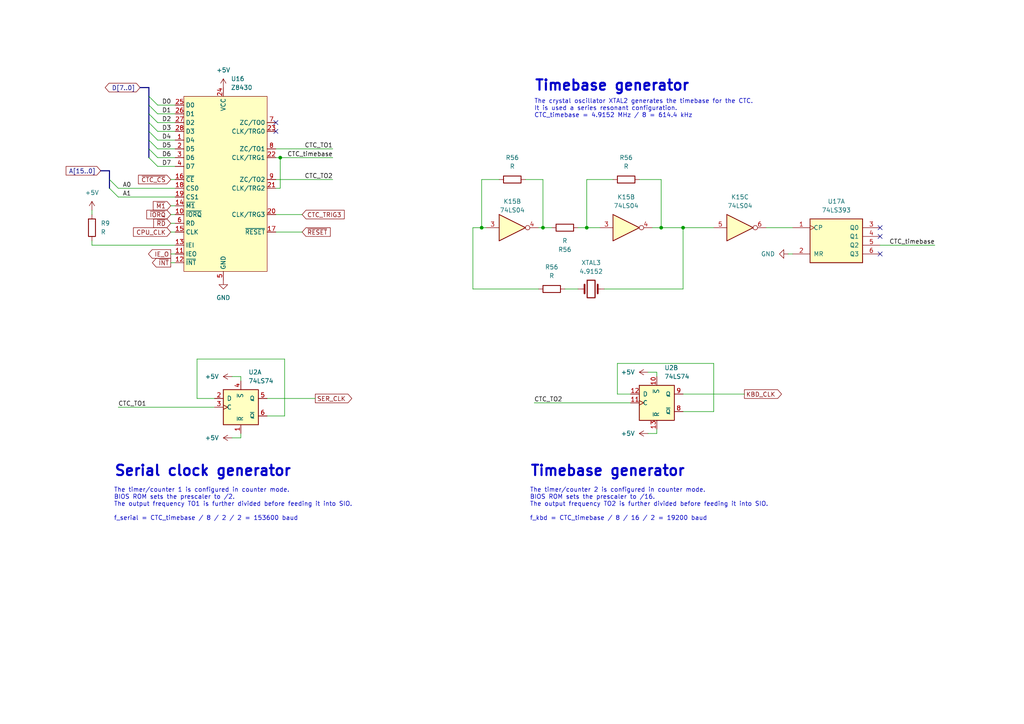
<source format=kicad_sch>
(kicad_sch (version 20230121) (generator eeschema)
  (paper "A4")
  (title_block (title "CEDA - Sanco 8003 schematics") (rev "05") (company "Logic Systems Int'l Inc") (comment 1 "reversed by RetrOfficina - retrofficina.glgprograms.it") (comment 4 "Timer/Counter"))
  (lib_symbols
    (symbol "74xx:74LS04"
      (property "Reference" "U" (at 0 1.27 0))
      (property "Value" "74LS04" (at 0 -1.27 0))
      (symbol "74LS04_1_0"
        (polyline (pts (xy -3.81 3.81) (xy -3.81 -3.81) (xy 3.81 0) (xy -3.81 3.81)) (stroke (width 0.254)) (fill (type background)))
        (pin input line (at -7.62 0 0) (length 3.81) (name "~") (number "1"))
        (pin output inverted (at 7.62 0 180) (length 3.81) (name "~") (number "2"))
      )
      (symbol "74LS04_2_0"
        (polyline (pts (xy -3.81 3.81) (xy -3.81 -3.81) (xy 3.81 0) (xy -3.81 3.81)) (stroke (width 0.254)) (fill (type background)))
        (pin input line (at -7.62 0 0) (length 3.81) (name "~") (number "3"))
        (pin output inverted (at 7.62 0 180) (length 3.81) (name "~") (number "4"))
      )
      (symbol "74LS04_3_0"
        (polyline (pts (xy -3.81 3.81) (xy -3.81 -3.81) (xy 3.81 0) (xy -3.81 3.81)) (stroke (width 0.254)) (fill (type background)))
        (pin input line (at -7.62 0 0) (length 3.81) (name "~") (number "5"))
        (pin output inverted (at 7.62 0 180) (length 3.81) (name "~") (number "6"))
      )
      (symbol "74LS04_4_0"
        (polyline (pts (xy -3.81 3.81) (xy -3.81 -3.81) (xy 3.81 0) (xy -3.81 3.81)) (stroke (width 0.254)) (fill (type background)))
        (pin output inverted (at 7.62 0 180) (length 3.81) (name "~") (number "8"))
        (pin input line (at -7.62 0 0) (length 3.81) (name "~") (number "9"))
      )
      (symbol "74LS04_5_0"
        (polyline (pts (xy -3.81 3.81) (xy -3.81 -3.81) (xy 3.81 0) (xy -3.81 3.81)) (stroke (width 0.254)) (fill (type background)))
        (pin output inverted (at 7.62 0 180) (length 3.81) (name "~") (number "10"))
        (pin input line (at -7.62 0 0) (length 3.81) (name "~") (number "11"))
      )
      (symbol "74LS04_6_0"
        (polyline (pts (xy -3.81 3.81) (xy -3.81 -3.81) (xy 3.81 0) (xy -3.81 3.81)) (stroke (width 0.254)) (fill (type background)))
        (pin output inverted (at 7.62 0 180) (length 3.81) (name "~") (number "12"))
        (pin input line (at -7.62 0 0) (length 3.81) (name "~") (number "13"))
      )
      (symbol "74LS04_7_0"
        (pin power_in line (at 0 12.7 270) (length 5.08) (name "VCC") (number "14"))
        (pin power_in line (at 0 -12.7 90) (length 5.08) (name "GND") (number "7"))
      )
      (symbol "74LS04_7_1"
        (rectangle (start -5.08 7.62) (end 5.08 -7.62) (stroke (width 0.254)) (fill (type background)))
      )
    )
    (symbol "74xx:74LS393" (pin_names (offset 1.016))
      (property "Reference" "U" (at -7.62 8.89 0))
      (property "Value" "74LS393" (at -7.62 -8.89 0))
      (symbol "74LS393_1_0"
        (pin input clock (at -12.7 2.54 0) (length 5.08) (name "CP") (number "1"))
        (pin input line (at -12.7 -5.08 0) (length 5.08) (name "MR") (number "2"))
        (pin output line (at 12.7 2.54 180) (length 5.08) (name "Q0") (number "3"))
        (pin output line (at 12.7 0 180) (length 5.08) (name "Q1") (number "4"))
        (pin output line (at 12.7 -2.54 180) (length 5.08) (name "Q2") (number "5"))
        (pin output line (at 12.7 -5.08 180) (length 5.08) (name "Q3") (number "6"))
      )
      (symbol "74LS393_1_1"
        (rectangle (start -7.62 5.08) (end 7.62 -7.62) (stroke (width 0.254)) (fill (type background)))
      )
      (symbol "74LS393_2_0"
        (pin output line (at 12.7 0 180) (length 5.08) (name "Q1") (number "10"))
        (pin output line (at 12.7 2.54 180) (length 5.08) (name "Q0") (number "11"))
        (pin input line (at -12.7 -5.08 0) (length 5.08) (name "MR") (number "12"))
        (pin input clock (at -12.7 2.54 0) (length 5.08) (name "CP") (number "13"))
        (pin output line (at 12.7 -5.08 180) (length 5.08) (name "Q3") (number "8"))
        (pin output line (at 12.7 -2.54 180) (length 5.08) (name "Q2") (number "9"))
      )
      (symbol "74LS393_2_1"
        (rectangle (start -7.62 5.08) (end 7.62 -7.62) (stroke (width 0.254)) (fill (type background)))
      )
      (symbol "74LS393_3_0"
        (pin power_in line (at 0 12.7 270) (length 5.08) (name "VCC") (number "14"))
        (pin power_in line (at 0 -12.7 90) (length 5.08) (name "GND") (number "7"))
      )
      (symbol "74LS393_3_1"
        (rectangle (start -5.08 7.62) (end 5.08 -7.62) (stroke (width 0.254)) (fill (type background)))
      )
    )
    (symbol "74xx:74LS74" (pin_names (offset 1.016))
      (property "Reference" "U" (at -7.62 8.89 0))
      (property "Value" "74LS74" (at -7.62 -8.89 0))
      (symbol "74LS74_1_0"
        (pin input line (at 0 -7.62 90) (length 2.54) (name "~{R}") (number "1"))
        (pin input line (at -7.62 2.54 0) (length 2.54) (name "D") (number "2"))
        (pin input clock (at -7.62 0 0) (length 2.54) (name "C") (number "3"))
        (pin input line (at 0 7.62 270) (length 2.54) (name "~{S}") (number "4"))
        (pin output line (at 7.62 2.54 180) (length 2.54) (name "Q") (number "5"))
        (pin output line (at 7.62 -2.54 180) (length 2.54) (name "~{Q}") (number "6"))
      )
      (symbol "74LS74_1_1"
        (rectangle (start -5.08 5.08) (end 5.08 -5.08) (stroke (width 0.254)) (fill (type background)))
      )
      (symbol "74LS74_2_0"
        (pin input line (at 0 7.62 270) (length 2.54) (name "~{S}") (number "10"))
        (pin input clock (at -7.62 0 0) (length 2.54) (name "C") (number "11"))
        (pin input line (at -7.62 2.54 0) (length 2.54) (name "D") (number "12"))
        (pin input line (at 0 -7.62 90) (length 2.54) (name "~{R}") (number "13"))
        (pin output line (at 7.62 -2.54 180) (length 2.54) (name "~{Q}") (number "8"))
        (pin output line (at 7.62 2.54 180) (length 2.54) (name "Q") (number "9"))
      )
      (symbol "74LS74_2_1"
        (rectangle (start -5.08 5.08) (end 5.08 -5.08) (stroke (width 0.254)) (fill (type background)))
      )
      (symbol "74LS74_3_0"
        (pin power_in line (at 0 10.16 270) (length 2.54) (name "VCC") (number "14"))
        (pin power_in line (at 0 -10.16 90) (length 2.54) (name "GND") (number "7"))
      )
      (symbol "74LS74_3_1"
        (rectangle (start -5.08 7.62) (end 5.08 -7.62) (stroke (width 0.254)) (fill (type background)))
      )
    )
    (symbol "Device:Crystal" (pin_numbers hide) (pin_names (offset 1.016) hide)
      (property "Reference" "Y" (at 0 3.81 0))
      (property "Value" "Crystal" (at 0 -3.81 0))
      (symbol "Crystal_0_1"
        (rectangle (start -1.143 2.54) (end 1.143 -2.54) (stroke (width 0.3048)))
        (polyline (pts (xy -2.54 0) (xy -1.905 0)))
        (polyline (pts (xy -1.905 -1.27) (xy -1.905 1.27)) (stroke (width 0.508)))
        (polyline (pts (xy 1.905 -1.27) (xy 1.905 1.27)) (stroke (width 0.508)))
        (polyline (pts (xy 2.54 0) (xy 1.905 0)))
      )
      (symbol "Crystal_1_1"
        (pin passive line (at -3.81 0 0) (length 1.27) (name "1") (number "1"))
        (pin passive line (at 3.81 0 180) (length 1.27) (name "2") (number "2"))
      )
    )
    (symbol "Device:R" (pin_numbers hide) (pin_names (offset 0))
      (property "Reference" "R" (at 2.032 0 90))
      (property "Value" "R" (at 0 0 90))
      (symbol "R_0_1"
        (rectangle (start -1.016 -2.54) (end 1.016 2.54) (stroke (width 0.254)))
      )
      (symbol "R_1_1"
        (pin passive line (at 0 3.81 270) (length 1.27) (name "~") (number "1"))
        (pin passive line (at 0 -3.81 90) (length 1.27) (name "~") (number "2"))
      )
    )
    (symbol "ceda:Z8430"
      (property "Reference" "U" (at 0 25.4 0))
      (property "Value" "Z8430" (at 0.635 -27.94 0))
      (symbol "Z8430_0_0"
        (pin bidirectional line (at -13.97 11.43 0) (length 2.54) (name "D4") (number "1"))
        (pin input line (at -13.97 -10.16 0) (length 2.54) (name "~{IORQ}") (number "10"))
        (pin output line (at -13.97 -21.59 0) (length 2.54) (name "IEO") (number "11"))
        (pin input line (at -13.97 -24.13 0) (length 2.54) (name "~{INT}") (number "12"))
        (pin input line (at -13.97 -19.05 0) (length 2.54) (name "IEI") (number "13"))
        (pin input line (at -13.97 -7.62 0) (length 2.54) (name "~{M1}") (number "14"))
        (pin input line (at -13.97 -15.24 0) (length 2.54) (name "CLK") (number "15"))
        (pin input line (at -13.97 0 0) (length 2.54) (name "~{CE}") (number "16"))
        (pin input line (at 15.24 -15.24 180) (length 2.54) (name "~{RESET}") (number "17"))
        (pin input line (at -13.97 -2.54 0) (length 2.54) (name "CS0") (number "18"))
        (pin input line (at -13.97 -5.08 0) (length 2.54) (name "CS1") (number "19"))
        (pin bidirectional line (at -13.97 8.89 0) (length 2.54) (name "D5") (number "2"))
        (pin input line (at 15.24 -10.16 180) (length 2.54) (name "CLK/TRG3") (number "20"))
        (pin input line (at 15.24 -2.54 180) (length 2.54) (name "CLK/TRG2") (number "21"))
        (pin input line (at 15.24 6.35 180) (length 2.54) (name "CLK/TRG1") (number "22"))
        (pin input line (at 15.24 13.97 180) (length 2.54) (name "CLK/TRG0") (number "23"))
        (pin power_in line (at 0 26.67 270) (length 2.54) (name "VCC") (number "24"))
        (pin bidirectional line (at -13.97 21.59 0) (length 2.54) (name "D0") (number "25"))
        (pin bidirectional line (at -13.97 19.05 0) (length 2.54) (name "D1") (number "26"))
        (pin bidirectional line (at -13.97 16.51 0) (length 2.54) (name "D2") (number "27"))
        (pin bidirectional line (at -13.97 13.97 0) (length 2.54) (name "D3") (number "28"))
        (pin bidirectional line (at -13.97 6.35 0) (length 2.54) (name "D6") (number "3"))
        (pin bidirectional line (at -13.97 3.81 0) (length 2.54) (name "D7") (number "4"))
        (pin power_in line (at 0 -29.21 90) (length 2.54) (name "GND") (number "5"))
        (pin input line (at -13.97 -12.7 0) (length 2.54) (name "RD") (number "6"))
        (pin output line (at 15.24 16.51 180) (length 2.54) (name "ZC/TO0") (number "7"))
        (pin output line (at 15.24 8.89 180) (length 2.54) (name "ZC/TO1") (number "8"))
        (pin output line (at 15.24 0 180) (length 2.54) (name "ZC/TO2") (number "9"))
      )
      (symbol "Z8430_0_1"
        (rectangle (start -11.43 24.13) (end 12.7 -26.67) (fill (type background)))
        (rectangle (start 26.035 8.255) (end 26.035 8.255) (fill (type background)))
      )
    )
    (symbol "power:+5V" (power) (pin_names (offset 0))
      (property "Value" "+5V" (at 0 3.556 0))
      (symbol "+5V_0_1"
        (polyline (pts (xy -0.762 1.27) (xy 0 2.54)))
        (polyline (pts (xy 0 0) (xy 0 2.54)))
        (polyline (pts (xy 0 2.54) (xy 0.762 1.27)))
      )
      (symbol "+5V_1_1"
        (pin power_in line (at 0 0 90) (length 0) hide (name "+5V") (number "1"))
      )
    )
    (symbol "power:GND" (power) (pin_names (offset 0))
      (property "Value" "GND" (at 0 -3.81 0))
      (symbol "GND_0_1"
        (polyline (pts (xy 0 0) (xy 0 -1.27) (xy 1.27 -1.27) (xy 0 -2.54) (xy -1.27 -1.27) (xy 0 -1.27)))
      )
      (symbol "GND_1_1"
        (pin power_in line (at 0 0 270) (length 0) hide (name "GND") (number "1"))
      )
    )
  )
  (junction (at 191.77 66.04))
  (junction (at 139.7 66.04))
  (junction (at 157.48 66.04))
  (junction (at 81.28 45.72))
  (junction (at 170.18 66.04))
  (junction (at 198.12 66.04))
  (no_connect (at 255.27 73.66))
  (no_connect (at 80.01 38.1))
  (no_connect (at 255.27 66.04))
  (no_connect (at 80.01 35.56))
  (no_connect (at 255.27 68.58))
  (bus_entry (at 43.18 33.02) (size 2.54 2.54))
  (bus_entry (at 43.18 30.48) (size 2.54 2.54))
  (bus_entry (at 43.18 35.56) (size 2.54 2.54))
  (bus_entry (at 43.18 43.18) (size 2.54 2.54))
  (bus_entry (at 43.18 45.72) (size 2.54 2.54))
  (bus_entry (at 31.75 54.61) (size 2.54 2.54))
  (bus_entry (at 43.18 38.1) (size 2.54 2.54))
  (bus_entry (at 43.18 27.94) (size 2.54 2.54))
  (bus_entry (at 31.75 52.07) (size 2.54 2.54))
  (bus_entry (at 43.18 40.64) (size 2.54 2.54))
  (wire (pts (xy 154.94 116.84) (xy 182.88 116.84)))
  (wire (pts (xy 67.31 109.22) (xy 69.85 109.22)))
  (wire (pts (xy 228.6 73.66) (xy 229.87 73.66)))
  (wire (pts (xy 175.26 83.82) (xy 198.12 83.82)))
  (wire (pts (xy 67.31 127) (xy 69.85 127)))
  (wire (pts (xy 69.85 127) (xy 69.85 125.73)))
  (wire (pts (xy 57.15 104.14) (xy 82.55 104.14)))
  (wire (pts (xy 82.55 104.14) (xy 82.55 120.65)))
  (wire (pts (xy 81.28 54.61) (xy 81.28 45.72)))
  (wire (pts (xy 49.53 73.66) (xy 50.8 73.66)))
  (wire (pts (xy 187.96 125.73) (xy 190.5 125.73)))
  (wire (pts (xy 81.28 45.72) (xy 96.52 45.72)))
  (wire (pts (xy 179.07 114.3) (xy 182.88 114.3)))
  (wire (pts (xy 62.23 115.57) (xy 57.15 115.57)))
  (wire (pts (xy 255.27 71.12) (xy 271.145 71.12)))
  (bus (pts (xy 43.18 43.18) (xy 43.18 40.64)))
  (wire (pts (xy 140.97 66.04) (xy 139.7 66.04)))
  (wire (pts (xy 34.29 54.61) (xy 50.8 54.61)))
  (wire (pts (xy 170.18 66.04) (xy 167.64 66.04)))
  (wire (pts (xy 69.85 109.22) (xy 69.85 110.49)))
  (wire (pts (xy 179.07 105.41) (xy 179.07 114.3)))
  (wire (pts (xy 207.01 119.38) (xy 207.01 105.41)))
  (wire (pts (xy 144.78 52.07) (xy 139.7 52.07)))
  (wire (pts (xy 26.67 71.12) (xy 50.8 71.12)))
  (bus (pts (xy 29.21 49.53) (xy 31.75 49.53)))
  (wire (pts (xy 45.72 30.48) (xy 50.8 30.48)))
  (bus (pts (xy 43.18 27.94) (xy 43.18 25.4)))
  (wire (pts (xy 49.53 59.69) (xy 50.8 59.69)))
  (wire (pts (xy 189.23 66.04) (xy 191.77 66.04)))
  (wire (pts (xy 160.02 66.04) (xy 157.48 66.04)))
  (wire (pts (xy 45.72 40.64) (xy 50.8 40.64)))
  (wire (pts (xy 49.53 64.77) (xy 50.8 64.77)))
  (wire (pts (xy 198.12 66.04) (xy 207.01 66.04)))
  (wire (pts (xy 191.77 52.07) (xy 191.77 66.04)))
  (bus (pts (xy 43.18 35.56) (xy 43.18 33.02)))
  (wire (pts (xy 77.47 115.57) (xy 91.44 115.57)))
  (wire (pts (xy 45.72 43.18) (xy 50.8 43.18)))
  (wire (pts (xy 45.72 38.1) (xy 50.8 38.1)))
  (wire (pts (xy 198.12 66.04) (xy 198.12 83.82)))
  (wire (pts (xy 156.21 66.04) (xy 157.48 66.04)))
  (wire (pts (xy 222.25 66.04) (xy 229.87 66.04)))
  (wire (pts (xy 80.01 54.61) (xy 81.28 54.61)))
  (wire (pts (xy 49.53 62.23) (xy 50.8 62.23)))
  (wire (pts (xy 207.01 105.41) (xy 179.07 105.41)))
  (wire (pts (xy 187.96 107.95) (xy 190.5 107.95)))
  (wire (pts (xy 57.15 115.57) (xy 57.15 104.14)))
  (wire (pts (xy 170.18 66.04) (xy 173.99 66.04)))
  (wire (pts (xy 152.4 52.07) (xy 157.48 52.07)))
  (wire (pts (xy 49.53 67.31) (xy 50.8 67.31)))
  (wire (pts (xy 137.16 83.82) (xy 137.16 66.04)))
  (wire (pts (xy 26.67 60.96) (xy 26.67 62.23)))
  (wire (pts (xy 82.55 120.65) (xy 77.47 120.65)))
  (wire (pts (xy 190.5 107.95) (xy 190.5 109.22)))
  (bus (pts (xy 40.64 25.4) (xy 43.18 25.4)))
  (wire (pts (xy 198.12 119.38) (xy 207.01 119.38)))
  (bus (pts (xy 43.18 40.64) (xy 43.18 38.1)))
  (bus (pts (xy 43.18 45.72) (xy 43.18 43.18)))
  (bus (pts (xy 43.18 33.02) (xy 43.18 30.48)))
  (wire (pts (xy 45.72 33.02) (xy 50.8 33.02)))
  (wire (pts (xy 198.12 114.3) (xy 215.9 114.3)))
  (wire (pts (xy 49.53 76.2) (xy 50.8 76.2)))
  (wire (pts (xy 80.01 43.18) (xy 96.52 43.18)))
  (wire (pts (xy 80.01 62.23) (xy 87.63 62.23)))
  (bus (pts (xy 43.18 30.48) (xy 43.18 27.94)))
  (wire (pts (xy 156.21 83.82) (xy 137.16 83.82)))
  (wire (pts (xy 80.01 52.07) (xy 96.52 52.07)))
  (wire (pts (xy 190.5 125.73) (xy 190.5 124.46)))
  (bus (pts (xy 31.75 52.07) (xy 31.75 49.53)))
  (wire (pts (xy 139.7 66.04) (xy 137.16 66.04)))
  (wire (pts (xy 87.63 67.31) (xy 80.01 67.31)))
  (wire (pts (xy 45.72 35.56) (xy 50.8 35.56)))
  (wire (pts (xy 167.64 83.82) (xy 163.83 83.82)))
  (wire (pts (xy 139.7 66.04) (xy 139.7 52.07)))
  (wire (pts (xy 191.77 66.04) (xy 198.12 66.04)))
  (wire (pts (xy 26.67 69.85) (xy 26.67 71.12)))
  (wire (pts (xy 157.48 66.04) (xy 157.48 52.07)))
  (bus (pts (xy 43.18 38.1) (xy 43.18 35.56)))
  (wire (pts (xy 34.29 118.11) (xy 62.23 118.11)))
  (wire (pts (xy 34.29 57.15) (xy 50.8 57.15)))
  (wire (pts (xy 45.72 45.72) (xy 50.8 45.72)))
  (wire (pts (xy 81.28 45.72) (xy 80.01 45.72)))
  (wire (pts (xy 49.53 52.07) (xy 50.8 52.07)))
  (wire (pts (xy 45.72 48.26) (xy 50.8 48.26)))
  (wire (pts (xy 170.18 52.07) (xy 170.18 66.04)))
  (wire (pts (xy 177.8 52.07) (xy 170.18 52.07)))
  (wire (pts (xy 191.77 52.07) (xy 185.42 52.07)))
  (bus (pts (xy 31.75 54.61) (xy 31.75 52.07)))
  (text "Serial clock generator" (at 33.02 138.43 0) (effects (font (size 3 3) (thickness 0.6) bold) (justify left bottom)))
  (text "The timer/counter 2 is configured in counter mode.\nBIOS ROM sets the prescaler to /16.\nThe output frequency TO2 is further divided before feeding it into SIO.\n\nf_kbd = CTC_timebase / 8 / 16 / 2 = 19200 baud" (at 153.67 151.13 0) (effects (font (size 1.27 1.27)) (justify left bottom)))
  (text "Timebase generator" (at 154.94 26.67 0) (effects (font (size 3 3) (thickness 0.6) bold) (justify left bottom)))
  (text "Timebase generator" (at 153.67 138.43 0) (effects (font (size 3 3) (thickness 0.6) bold) (justify left bottom)))
  (text "The crystal oscillator XTAL2 generates the timebase for the CTC.\nIt is used a series resonant configuration.\nCTC_timebase = 4.9152 MHz / 8 = 614.4 kHz" (at 154.94 34.29 0) (effects (font (size 1.27 1.27)) (justify left bottom)))
  (text "The timer/counter 1 is configured in counter mode.\nBIOS ROM sets the prescaler to /2.\nThe output frequency TO1 is further divided before feeding it into SIO.\n\nf_serial = CTC_timebase / 8 / 2 / 2 = 153600 baud" (at 33.02 151.13 0) (effects (font (size 1.27 1.27)) (justify left bottom)))
  (label "D0" (at 46.99 30.48 0))
  (label "D3" (at 46.99 38.1 0))
  (label "D1" (at 46.99 33.02 0))
  (label "A0" (at 35.56 54.61 0))
  (label "D7" (at 46.99 48.26 0))
  (label "CTC_TO2" (at 96.52 52.07 180))
  (label "D2" (at 46.99 35.56 0))
  (label "CTC_TO1" (at 34.29 118.11 0))
  (label "D6" (at 46.99 45.72 0))
  (label "CTC_TO2" (at 154.94 116.84 0))
  (label "D5" (at 46.99 43.18 0))
  (label "D4" (at 46.99 40.64 0))
  (label "A1" (at 35.56 57.15 0))
  (label "CTC_timebase" (at 96.52 45.72 180))
  (label "CTC_TO1" (at 96.52 43.18 180))
  (label "CTC_timebase" (at 271.145 71.12 180))
  (global_label "~{RESET}" (shape input) (at 87.63 67.31 0) (property "Intersheetrefs" "${INTERSHEET_REFS}" (effects hide)))
  (global_label "~{IORQ}" (shape input) (at 49.53 62.23 180) (property "Intersheetrefs" "${INTERSHEET_REFS}" (effects hide)))
  (global_label "~{INT}" (shape output) (at 49.53 76.2 180) (property "Intersheetrefs" "${INTERSHEET_REFS}" (effects hide)))
  (global_label "~{M1}" (shape input) (at 49.53 59.69 180) (property "Intersheetrefs" "${INTERSHEET_REFS}" (effects hide)))
  (global_label "KBD_CLK" (shape output) (at 215.9 114.3 0) (property "Intersheetrefs" "${INTERSHEET_REFS}" (effects hide)))
  (global_label "SER_CLK" (shape output) (at 91.44 115.57 0) (property "Intersheetrefs" "${INTERSHEET_REFS}" (effects hide)))
  (global_label "IE_O" (shape output) (at 49.53 73.66 180) (property "Intersheetrefs" "${INTERSHEET_REFS}" (effects hide)))
  (global_label "CTC_TRIG3" (shape input) (at 87.63 62.23 0) (property "Intersheetrefs" "${INTERSHEET_REFS}" (effects hide)))
  (global_label "~{RD}" (shape input) (at 49.53 64.77 180) (property "Intersheetrefs" "${INTERSHEET_REFS}" (effects hide)))
  (global_label "CPU_CLK" (shape input) (at 49.53 67.31 180) (property "Intersheetrefs" "${INTERSHEET_REFS}" (effects hide)))
  (global_label "~{CTC_CS}" (shape input) (at 49.53 52.07 180) (property "Intersheetrefs" "${INTERSHEET_REFS}" (effects hide)))
  (global_label "A[15..0]" (shape input) (at 29.21 49.53 180) (property "Intersheetrefs" "${INTERSHEET_REFS}" (effects hide)))
  (global_label "D[7..0]" (shape bidirectional) (at 40.64 25.4 180) (property "Intersheetrefs" "${INTERSHEET_REFS}" (effects hide)))
  (symbol (lib_id "74xx:74LS393") (at 242.57 68.58 0) (unit 1)
    (property "Reference" "U17" (at 242.57 58.42 0))
    (property "Value" "74LS393" (at 242.57 60.96 0))
    (property "Datasheet" "74xx\\74LS393.pdf" (effects hide))
    (instances (project "ceda" (path "" (reference "U17") (unit 1)) (path "" (reference "UC9") (unit 1))))
  )
  (symbol (lib_id "Device:Crystal") (at 171.45 83.82 0) (mirror x) (unit 1)
    (property "Reference" "XTAL3" (at 171.45 76.2 0))
    (property "Value" "4.9152" (at 171.45 78.74 0))
    (instances (project "ceda" (path "" (reference "XTAL3") (unit 1)) (path "" (reference "XTAL2") (unit 1)) (path "" (reference "XTAL2") (unit 1))))
  )
  (symbol (lib_id "74xx:74LS04") (at 214.63 66.04 0) (unit 3)
    (property "Reference" "K15" (at 214.63 57.15 0))
    (property "Value" "74LS04" (at 214.63 59.69 0))
    (property "Datasheet" "http://www.ti.com/lit/gpn/sn74LS04" (effects hide))
    (instances (project "ceda" (path "" (reference "K15") (unit 3)) (path "" (reference "U?") (unit 3)) (path "" (reference "UB9") (unit 3))))
  )
  (symbol (lib_id "74xx:74LS74") (at 69.85 118.11 0) (unit 1)
    (property "Reference" "U2" (at 72.0441 107.95 0) (effects (justify left)))
    (property "Value" "74LS74" (at 72.0441 110.49 0) (effects (justify left)))
    (property "Datasheet" "74xx/74hc_hct74.pdf" (effects hide))
    (instances (project "ceda" (path "" (reference "U2") (unit 1)) (path "" (reference "UC8") (unit 1))))
  )
  (symbol (lib_id "Device:R") (at 181.61 52.07 270) (mirror x) (unit 1)
    (property "Reference" "R56" (at 181.61 45.72 90))
    (property "Value" "R" (at 181.61 48.26 90))
    (instances (project "ceda" (path "" (reference "R56") (unit 1)) (path "" (reference "R19") (unit 1)) (path "" (reference "R19") (unit 1))))
  )
  (symbol (lib_id "Device:R") (at 148.59 52.07 90) (unit 1)
    (property "Reference" "R56" (at 148.59 45.72 90))
    (property "Value" "R" (at 148.59 48.26 90))
    (instances (project "ceda" (path "" (reference "R56") (unit 1)) (path "" (reference "R21") (unit 1)) (path "" (reference "R21") (unit 1))))
  )
  (symbol (lib_id "power:GND") (at 228.6 73.66 270) (unit 1)
    (property "Reference" "#PWR0234" (effects hide))
    (property "Value" "GND" (at 224.79 73.66 90) (effects (justify right)))
  )
  (symbol (lib_id "power:+5V") (at 187.96 125.73 90) (unit 1)
    (property "Reference" "#PWR0109" (effects hide))
    (property "Value" "+5V" (at 184.15 125.73 90) (effects (justify left)))
  )
  (symbol (lib_id "Device:R") (at 26.67 66.04 0) (unit 1)
    (property "Reference" "R9" (at 29.21 64.77 0) (effects (justify left)))
    (property "Value" "R" (at 29.21 67.31 0) (effects (justify left)))
  )
  (symbol (lib_id "Device:R") (at 160.02 83.82 270) (mirror x) (unit 1)
    (property "Reference" "R56" (at 160.02 77.47 90))
    (property "Value" "R" (at 160.02 80.01 90))
    (instances (project "ceda" (path "" (reference "R56") (unit 1)) (path "" (reference "R22") (unit 1)) (path "" (reference "R22") (unit 1))))
  )
  (symbol (lib_id "power:+5V") (at 67.31 109.22 90) (mirror x) (unit 1)
    (property "Reference" "#PWR0107" (effects hide))
    (property "Value" "+5V" (at 63.5 109.22 90) (effects (justify left)))
    (instances (project "ceda" (path "" (reference "#PWR0107") (unit 1)) (path "" (reference "#PWR0106") (unit 1))))
  )
  (symbol (lib_id "power:+5V") (at 187.96 107.95 90) (mirror x) (unit 1)
    (property "Reference" "#PWR0108" (effects hide))
    (property "Value" "+5V" (at 184.15 107.95 90) (effects (justify left)))
  )
  (symbol (lib_id "power:+5V") (at 64.77 25.4 0) (mirror y) (unit 1)
    (property "Reference" "#PWR0107" (effects hide))
    (property "Value" "+5V" (at 64.77 20.32 0))
    (instances (project "ceda" (path "" (reference "#PWR0107") (unit 1)) (path "" (reference "#PWR01") (unit 1))))
  )
  (symbol (lib_id "Device:R") (at 163.83 66.04 90) (mirror x) (unit 1)
    (property "Reference" "R56" (at 163.83 72.39 90))
    (property "Value" "R" (at 163.83 69.85 90))
    (instances (project "ceda" (path "" (reference "R56") (unit 1)) (path "" (reference "R20") (unit 1)) (path "" (reference "R20") (unit 1))))
  )
  (symbol (lib_id "ceda:Z8430") (at 64.77 52.07 0) (unit 1)
    (property "Reference" "U16" (at 66.9641 22.86 0) (effects (justify left)))
    (property "Value" "Z8430" (at 66.9641 25.4 0) (effects (justify left)))
    (instances (project "ceda" (path "" (reference "U16") (unit 1)) (path "" (reference "UD10") (unit 1))))
  )
  (symbol (lib_id "74xx:74LS04") (at 148.59 66.04 0) (unit 2)
    (property "Reference" "K15" (at 148.59 58.42 0))
    (property "Value" "74LS04" (at 148.59 60.96 0))
    (property "Datasheet" "http://www.ti.com/lit/gpn/sn74LS04" (effects hide))
    (instances (project "ceda" (path "" (reference "K15") (unit 2)) (path "" (reference "K2") (unit 6)) (path "" (reference "UB9") (unit 6))))
  )
  (symbol (lib_id "74xx:74LS04") (at 181.61 66.04 0) (unit 2)
    (property "Reference" "K15" (at 181.61 57.15 0))
    (property "Value" "74LS04" (at 181.61 59.69 0))
    (property "Datasheet" "http://www.ti.com/lit/gpn/sn74LS04" (effects hide))
    (instances (project "ceda" (path "" (reference "K15") (unit 2)) (path "" (reference "K1") (unit 1)) (path "" (reference "UB9") (unit 1))))
  )
  (symbol (lib_id "power:+5V") (at 67.31 127 90) (unit 1)
    (property "Reference" "#PWR0106" (effects hide))
    (property "Value" "+5V" (at 63.5 127 90) (effects (justify left)))
    (instances (project "ceda" (path "" (reference "#PWR0106") (unit 1)) (path "" (reference "#PWR0107") (unit 1))))
  )
  (symbol (lib_id "power:GND") (at 64.77 81.28 0) (unit 1)
    (property "Reference" "#PWR02" (effects hide))
    (property "Value" "GND" (at 64.77 86.36 0))
  )
  (symbol (lib_id "74xx:74LS74") (at 190.5 116.84 0) (unit 2)
    (property "Reference" "U2" (at 192.6941 106.68 0) (effects (justify left)))
    (property "Value" "74LS74" (at 192.6941 109.22 0) (effects (justify left)))
    (property "Datasheet" "74xx/74hc_hct74.pdf" (effects hide))
    (instances (project "ceda" (path "" (reference "U2") (unit 2)) (path "" (reference "UC8") (unit 2))))
  )
  (symbol (lib_id "power:+5V") (at 26.67 60.96 0) (unit 1)
    (property "Reference" "#PWR0229" (effects hide))
    (property "Value" "+5V" (at 26.67 55.88 0))
  )
)
</source>
